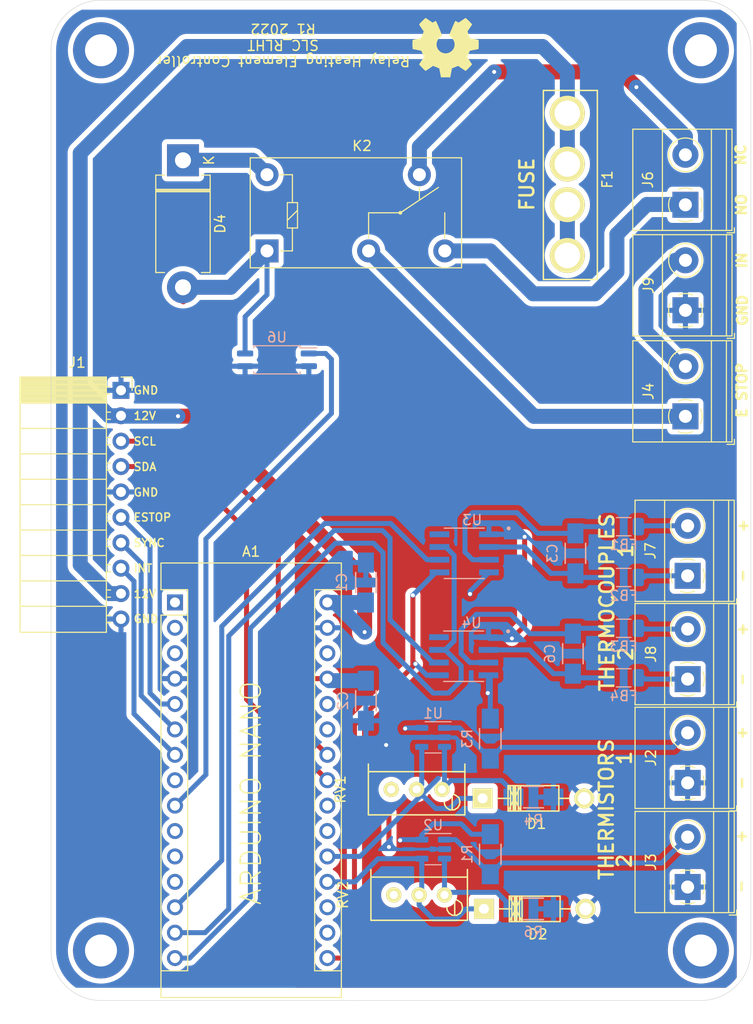
<source format=kicad_pcb>
(kicad_pcb (version 20221018) (generator pcbnew)
  (layers (0 "F.Cu" signal) (31 "B.Cu" signal) (34 "B.Paste" user) (35 "F.Paste" user) (36 "B.SilkS" user "B.Silkscreen") (37 "F.SilkS" user "F.Silkscreen") (38 "B.Mask" user) (39 "F.Mask" user) (44 "Edge.Cuts" user))
  (net 0 "")
  (net 3 "GND")
  (net 5 "+5V")
  (net 8 "/TMSTR1")
  (net 9 "/TMSTR2")
  (net 10 "/I2C_CLK")
  (net 12 "/I2C_DAT")
  (net 14 "/SYNC")
  (net 16 "/E_STOP")
  (net 23 "+12V")
  (net 24 "/INT")
  (net 25 "/PWM")
  (net 26 "/DATA")
  (net 27 "/CLK")
  (net 28 "/SS1")
  (net 29 "/SS2")
  (net 30 "/T-1")
  (net 31 "/T+1")
  (net 32 "Net-(D3-Pad1)")
  (net 34 "/T-2")
  (net 35 "/T+2")
  (net 37 "Net-(FB1-Pad2)")
  (net 38 "Net-(FB2-Pad2)")
  (net 39 "Net-(FB3-Pad2)")
  (net 40 "Net-(FB4-Pad2)")
  (net 41 "Net-(J2-Pad2)")
  (net 42 "Net-(J3-Pad2)")
  (net 43 "Net-(R4-Pad1)")
  (net 44 "Net-(R6-Pad1)")
  (net 47 "Net-(D4-Pad2)")
  (net 48 "Net-(J6-Pad2)")
  (net 49 "Net-(J6-Pad1)")
  (net 50 "Net-(D4-Pad1)")
  (net 51 "Net-(J9-Pad2)")
  (net 52 "Net-(J4-Pad1)")
  (footprint "MountingHole:MountingHole_3.2mm_M3_DIN965_Pad" (layer "F.Cu") (at 127.6 44.8)
    (fp_text reference "H1" hide)
    (fp_text value "MountingHole")
    (pad "1" thru_hole circle locked (at 0 0) (size 5.6 5.6) (drill 3.2) (layers "*.Cu" "*.Mask"))
  )
  (footprint "MountingHole:MountingHole_3.2mm_M3_DIN965_Pad" (layer "F.Cu") (at 187.6 44.8)
    (fp_text reference "H2" hide)
    (fp_text value "MountingHole")
    (pad "1" thru_hole circle locked (at 0 0) (size 5.6 5.6) (drill 3.2) (layers "*.Cu" "*.Mask"))
  )
  (footprint "MountingHole:MountingHole_3.2mm_M3_DIN965_Pad" (layer "F.Cu") (at 127.6 134.8)
    (fp_text reference "H3" hide)
    (fp_text value "MountingHole")
    (pad "1" thru_hole circle locked (at 0 0) (size 5.6 5.6) (drill 3.2) (layers "*.Cu" "*.Mask"))
  )
  (footprint "MountingHole:MountingHole_3.2mm_M3_DIN965_Pad" (layer "F.Cu") (at 187.6 134.8)
    (fp_text reference "H4" hide)
    (fp_text value "MountingHole")
    (pad "1" thru_hole circle locked (at 0 0) (size 5.6 5.6) (drill 3.2) (layers "*.Cu" "*.Mask"))
  )
  (footprint "Module:Arduino_Nano" (layer "F.Cu") (at 135 100)
    (fp_text reference "A1" (at 7.62 -5.08) (layer "F.SilkS"))
    (fp_text value "Arduino_Nano_v3.x")
    (pad "1" thru_hole rect locked (at 0 0) (size 1.6 1.6) (drill 1) (layers "*.Cu" "*.Mask"))
    (pad "2" thru_hole oval locked (at 0 2.54) (size 1.6 1.6) (drill 1) (layers "*.Cu" "*.Mask"))
    (pad "3" thru_hole oval locked (at 0 5.08) (size 1.6 1.6) (drill 1) (layers "*.Cu" "*.Mask"))
    (pad "4" thru_hole oval locked (at 0 7.62) (size 1.6 1.6) (drill 1) (layers "*.Cu" "*.Mask") (net 3 "GND"))
    (pad "5" thru_hole oval locked (at 0 10.16) (size 1.6 1.6) (drill 1) (layers "*.Cu" "*.Mask") (net 16 "/E_STOP"))
    (pad "6" thru_hole oval locked (at 0 12.7) (size 1.6 1.6) (drill 1) (layers "*.Cu" "*.Mask") (net 24 "/INT"))
    (pad "7" thru_hole oval locked (at 0 15.24) (size 1.6 1.6) (drill 1) (layers "*.Cu" "*.Mask") (net 14 "/SYNC"))
    (pad "8" thru_hole oval locked (at 0 17.78) (size 1.6 1.6) (drill 1) (layers "*.Cu" "*.Mask"))
    (pad "9" thru_hole oval locked (at 0 20.32) (size 1.6 1.6) (drill 1) (layers "*.Cu" "*.Mask") (net 25 "/PWM"))
    (pad "10" thru_hole oval locked (at 0 22.86) (size 1.6 1.6) (drill 1) (layers "*.Cu" "*.Mask"))
    (pad "11" thru_hole oval locked (at 0 25.4) (size 1.6 1.6) (drill 1) (layers "*.Cu" "*.Mask"))
    (pad "12" thru_hole oval locked (at 0 27.94) (size 1.6 1.6) (drill 1) (layers "*.Cu" "*.Mask"))
    (pad "13" thru_hole oval locked (at 0 30.48) (size 1.6 1.6) (drill 1) (layers "*.Cu" "*.Mask") (net 28 "/SS1"))
    (pad "14" thru_hole oval locked (at 0 33.02) (size 1.6 1.6) (drill 1) (layers "*.Cu" "*.Mask") (net 29 "/SS2"))
    (pad "15" thru_hole oval locked (at 0 35.56) (size 1.6 1.6) (drill 1) (layers "*.Cu" "*.Mask") (net 26 "/DATA"))
    (pad "16" thru_hole oval locked (at 15.24 35.56) (size 1.6 1.6) (drill 1) (layers "*.Cu" "*.Mask") (net 27 "/CLK"))
    (pad "17" thru_hole oval locked (at 15.24 33.02) (size 1.6 1.6) (drill 1) (layers "*.Cu" "*.Mask"))
    (pad "18" thru_hole oval locked (at 15.24 30.48) (size 1.6 1.6) (drill 1) (layers "*.Cu" "*.Mask"))
    (pad "19" thru_hole oval locked (at 15.24 27.94) (size 1.6 1.6) (drill 1) (layers "*.Cu" "*.Mask") (net 9 "/TMSTR2"))
    (pad "20" thru_hole oval locked (at 15.24 25.4) (size 1.6 1.6) (drill 1) (layers "*.Cu" "*.Mask") (net 8 "/TMSTR1"))
    (pad "21" thru_hole oval locked (at 15.24 22.86) (size 1.6 1.6) (drill 1) (layers "*.Cu" "*.Mask"))
    (pad "22" thru_hole oval locked (at 15.24 20.32) (size 1.6 1.6) (drill 1) (layers "*.Cu" "*.Mask"))
    (pad "23" thru_hole oval locked (at 15.24 17.78) (size 1.6 1.6) (drill 1) (layers "*.Cu" "*.Mask") (net 12 "/I2C_DAT"))
    (pad "24" thru_hole oval locked (at 15.24 15.24) (size 1.6 1.6) (drill 1) (layers "*.Cu" "*.Mask") (net 10 "/I2C_CLK"))
    (pad "25" thru_hole oval locked (at 15.24 12.7) (size 1.6 1.6) (drill 1) (layers "*.Cu" "*.Mask"))
    (pad "26" thru_hole oval locked (at 15.24 10.16) (size 1.6 1.6) (drill 1) (layers "*.Cu" "*.Mask"))
    (pad "27" thru_hole oval locked (at 15.24 7.62) (size 1.6 1.6) (drill 1) (layers "*.Cu" "*.Mask") (net 5 "+5V"))
    (pad "28" thru_hole oval locked (at 15.24 5.08) (size 1.6 1.6) (drill 1) (layers "*.Cu" "*.Mask"))
    (pad "29" thru_hole oval locked (at 15.24 2.54) (size 1.6 1.6) (drill 1) (layers "*.Cu" "*.Mask") (net 3 "GND"))
    (pad "30" thru_hole oval locked (at 15.24 0) (size 1.6 1.6) (drill 1) (layers "*.Cu" "*.Mask") (net 23 "+12V"))
  )
  (footprint "Connector_PinSocket_2.54mm:PinSocket_1x10_P2.54mm_Horizontal" (layer "F.Cu") (at 129.6 78.8)
    (fp_text reference "J1" (at -4.38 -2.77) (layer "F.SilkS"))
    (fp_text value "Conn_01x10_Female")
    (pad "1" thru_hole rect locked (at 0 0) (size 1.7 1.7) (drill 1) (layers "*.Cu" "*.Mask") (net 3 "GND"))
    (pad "2" thru_hole oval locked (at 0 2.54) (size 1.7 1.7) (drill 1) (layers "*.Cu" "*.Mask") (net 23 "+12V"))
    (pad "3" thru_hole oval locked (at 0 5.08) (size 1.7 1.7) (drill 1) (layers "*.Cu" "*.Mask") (net 10 "/I2C_CLK"))
    (pad "4" thru_hole oval locked (at 0 7.62) (size 1.7 1.7) (drill 1) (layers "*.Cu" "*.Mask") (net 12 "/I2C_DAT"))
    (pad "5" thru_hole oval locked (at 0 10.16) (size 1.7 1.7) (drill 1) (layers "*.Cu" "*.Mask") (net 3 "GND"))
    (pad "6" thru_hole oval locked (at 0 12.7) (size 1.7 1.7) (drill 1) (layers "*.Cu" "*.Mask") (net 16 "/E_STOP"))
    (pad "7" thru_hole oval locked (at 0 15.24) (size 1.7 1.7) (drill 1) (layers "*.Cu" "*.Mask") (net 24 "/INT"))
    (pad "8" thru_hole oval locked (at 0 17.78) (size 1.7 1.7) (drill 1) (layers "*.Cu" "*.Mask") (net 14 "/SYNC"))
    (pad "9" thru_hole oval locked (at 0 20.32) (size 1.7 1.7) (drill 1) (layers "*.Cu" "*.Mask") (net 23 "+12V"))
    (pad "10" thru_hole oval locked (at 0 22.86) (size 1.7 1.7) (drill 1) (layers "*.Cu" "*.Mask") (net 3 "GND"))
  )
  (footprint "Symbol:OSHW-Symbol_6.7x6mm_SilkScreen" (layer "F.Cu") (at 162.075 44.525 180)
    (fp_text reference "Logo1" hide)
    (fp_text value "Logo_Open_Hardware_Small" hide)
  )
  (footprint "TerminalBlock_Phoenix:TerminalBlock_Phoenix_MKDS-1,5-2_1x02_P5.00mm_Horizontal" (layer "F.Cu") (at 186.273 118.043 90)
    (fp_text reference "J2" (at 2.5 -3.673 90) (layer "F.SilkS"))
    (fp_text value "Term_2")
    (pad "1" thru_hole rect (at 0 0 90) (size 2.6 2.6) (drill 1.3) (layers "*.Cu" "*.Mask") (net 3 "GND"))
    (pad "2" thru_hole circle (at 5 0 90) (size 2.6 2.6) (drill 1.3) (layers "*.Cu" "*.Mask") (net 41 "Net-(J2-Pad2)"))
  )
  (footprint "TerminalBlock_Phoenix:TerminalBlock_Phoenix_MKDS-1,5-2_1x02_P5.00mm_Horizontal" (layer "F.Cu") (at 186.273 128.457 90)
    (fp_text reference "J3" (at 2.507 -3.673 90) (layer "F.SilkS"))
    (fp_text value "Term_2")
    (pad "1" thru_hole rect (at 0 0 90) (size 2.6 2.6) (drill 1.3) (layers "*.Cu" "*.Mask") (net 3 "GND"))
    (pad "2" thru_hole circle (at 5 0 90) (size 2.6 2.6) (drill 1.3) (layers "*.Cu" "*.Mask") (net 42 "Net-(J3-Pad2)"))
  )
  (footprint "Diode_THT:D_DO-201AD_P12.70mm_Horizontal" (layer "F.Cu") (at 135.8 55.8 -90)
    (fp_text reference "D4" (at 6.35 -3.72 90) (layer "F.SilkS"))
    (fp_text value "General_Purpose_Diode")
    (fp_text user "K" (at 0 -2.6 90) (layer "F.SilkS"))
    (pad "1" thru_hole rect (at 0 0 270) (size 3.2 3.2) (drill 1.6) (layers "*.Cu" "*.Mask") (net 50 "Net-(D4-Pad1)"))
    (pad "2" thru_hole oval (at 12.7 0 270) (size 3.2 3.2) (drill 1.6) (layers "*.Cu" "*.Mask") (net 47 "Net-(D4-Pad2)"))
  )
  (footprint "Relay_THT:Relay_SPDT_Omron-G5Q-1" (layer "F.Cu") (at 144.205 64.86)
    (fp_text reference "K2" (at 9.5 -10.5 180) (layer "F.SilkS"))
    (fp_text value "G5Q-1")
    (pad "1" thru_hole rect (at 0 0 180) (size 2.3 2.3) (drill 1.3) (layers "*.Cu" "*.Mask") (net 47 "Net-(D4-Pad2)"))
    (pad "2" thru_hole circle (at 10.16 0 180) (size 2.3 2.3) (drill 1.3) (layers "*.Cu" "*.Mask") (net 52 "Net-(J4-Pad1)"))
    (pad "3" thru_hole circle (at 17.78 0 180) (size 2.3 2.3) (drill 1.3) (layers "*.Cu" "*.Mask") (net 49 "Net-(J6-Pad1)"))
    (pad "4" thru_hole circle (at 15.24 -7.62 180) (size 2.3 2.3) (drill 1.3) (layers "*.Cu" "*.Mask") (net 48 "Net-(J6-Pad2)"))
    (pad "5" thru_hole circle (at 0 -7.62 180) (size 2.3 2.3) (drill 1.3) (layers "*.Cu" "*.Mask") (net 50 "Net-(D4-Pad1)"))
  )
  (footprint "TerminalBlock_Phoenix:TerminalBlock_Phoenix_MKDS-1,5-2_1x02_P5.00mm_Horizontal" (layer "F.Cu") (at 186.273 107.669 90)
    (fp_text reference "J8" (at 2.5 -3.673 90) (layer "F.SilkS"))
    (fp_text value "Term_2")
    (pad "1" thru_hole rect (at 0 0 90) (size 2.6 2.6) (drill 1.3) (layers "*.Cu" "*.Mask") (net 40 "Net-(FB4-Pad2)"))
    (pad "2" thru_hole circle (at 5 0 90) (size 2.6 2.6) (drill 1.3) (layers "*.Cu" "*.Mask") (net 39 "Net-(FB3-Pad2)"))
  )
  (footprint "OCI:Diode_DO-41_SOD81_Horizontal_RM10" (layer "F.Cu") (at 165.89875 130.64279)
    (fp_text reference "D2" (at 5.38734 2.53746) (layer "F.SilkS"))
    (fp_text value "5.1V_z")
    (pad "1" thru_hole rect (at 0 -0.00254 180) (size 1.99898 1.99898) (drill 1.00076) (layers "*.Cu" "*.Mask" "F.SilkS") (net 9 "/TMSTR2"))
    (pad "2" thru_hole circle (at 10.16 -0.00254 180) (size 1.99898 1.99898) (drill 1.27) (layers "*.Cu" "*.Mask" "F.SilkS") (net 3 "GND"))
  )
  (footprint "TerminalBlock_Phoenix:TerminalBlock_Phoenix_MKDS-1,5-2_1x02_P5.00mm_Horizontal" (layer "F.Cu") (at 186.05 60.25 90)
    (fp_text reference "J6" (at 2.5 -3.75 90) (layer "F.SilkS"))
    (fp_text value "Term_2")
    (pad "1" thru_hole rect (at 0 0 90) (size 2.6 2.6) (drill 1.3) (layers "*.Cu" "*.Mask") (net 49 "Net-(J6-Pad1)"))
    (pad "2" thru_hole circle (at 5 0 90) (size 2.6 2.6) (drill 1.3) (layers "*.Cu" "*.Mask") (net 48 "Net-(J6-Pad2)"))
  )
  (footprint "TerminalBlock_Phoenix:TerminalBlock_Phoenix_MKDS-1,5-2_1x02_P5.00mm_Horizontal" (layer "F.Cu") (at 186.273 97.342 90)
    (fp_text reference "J7" (at 2.5 -3.723 90) (layer "F.SilkS"))
    (fp_text value "Term_2")
    (pad "1" thru_hole rect (at 0 0 90) (size 2.6 2.6) (drill 1.3) (layers "*.Cu" "*.Mask") (net 38 "Net-(FB2-Pad2)"))
    (pad "2" thru_hole circle (at 5 0 90) (size 2.6 2.6) (drill 1.3) (layers "*.Cu" "*.Mask") (net 37 "Net-(FB1-Pad2)"))
  )
  (footprint "OCI:Potentiometer_Bourns_3296W_3-8Zoll_Inline_ScrewUp" (layer "F.Cu") (at 161.96175 129.24325 90)
    (fp_text reference "RV2" (at 0 -10.16 90) (layer "F.SilkS"))
    (fp_text value "10k_t")
    (pad "1" thru_hole circle (at 0 0 90) (size 1.524 1.524) (drill 0.8128) (layers "*.Cu" "*.Mask" "F.SilkS") (net 44 "Net-(R6-Pad1)"))
    (pad "2" thru_hole circle (at 0 -2.54 90) (size 1.524 1.524) (drill 0.8128) (layers "*.Cu" "*.Mask" "F.SilkS") (net 9 "/TMSTR2"))
    (pad "3" thru_hole circle (at 0 -5.08 90) (size 1.524 1.524) (drill 0.8128) (layers "*.Cu" "*.Mask" "F.SilkS"))
  )
  (footprint "TerminalBlock_Phoenix:TerminalBlock_Phoenix_MKDS-1,5-2_1x02_P5.00mm_Horizontal" (layer "F.Cu") (at 186.05 81.4 90)
    (fp_text reference "J4" (at 2.5 -3.7 90) (layer "F.SilkS"))
    (fp_text value "Term_2")
    (pad "1" thru_hole rect (at 0 0 90) (size 2.6 2.6) (drill 1.3) (layers "*.Cu" "*.Mask") (net 52 "Net-(J4-Pad1)"))
    (pad "2" thru_hole circle (at 5 0 90) (size 2.6 2.6) (drill 1.3) (layers "*.Cu" "*.Mask") (net 51 "Net-(J9-Pad2)"))
  )
  (footprint "OCI:Diode_DO-41_SOD81_Horizontal_RM10" (layer "F.Cu") (at 165.77175 119.59379)
    (fp_text reference "D1" (at 5.38734 2.53746) (layer "F.SilkS"))
    (fp_text value "5.1V_z")
    (pad "1" thru_hole rect (at 0 -0.00254 180) (size 1.99898 1.99898) (drill 1.00076) (layers "*.Cu" "*.Mask" "F.SilkS") (net 8 "/TMSTR1"))
    (pad "2" thru_hole circle (at 10.16 -0.00254 180) (size 1.99898 1.99898) (drill 1.27) (layers "*.Cu" "*.Mask" "F.SilkS") (net 3 "GND"))
  )
  (footprint "TerminalBlock_Phoenix:TerminalBlock_Phoenix_MKDS-1,5-2_1x02_P5.00mm_Horizontal" (layer "F.Cu") (at 186.054 70.799 90)
    (fp_text reference "J9" (at 2.5 -3.7 90) (layer "F.SilkS"))
    (fp_text value "Term_2")
    (pad "1" thru_hole rect (at 0 0 90) (size 2.6 2.6) (drill 1.3) (layers "*.Cu" "*.Mask") (net 3 "GND"))
    (pad "2" thru_hole circle (at 5 0 90) (size 2.6 2.6) (drill 1.3) (layers "*.Cu" "*.Mask") (net 51 "Net-(J9-Pad2)"))
  )
  (footprint "OCI:Potentiometer_Bourns_3296W_3-8Zoll_Inline_ScrewUp" (layer "F.Cu") (at 161.70775 118.70225 90)
    (fp_text reference "RV1" (at 0 -10.16 90) (layer "F.SilkS"))
    (fp_text value "10k_t")
    (pad "1" thru_hole circle (at 0 0 90) (size 1.524 1.524) (drill 0.8128) (layers "*.Cu" "*.Mask" "F.SilkS") (net 43 "Net-(R4-Pad1)"))
    (pad "2" thru_hole circle (at 0 -2.54 90) (size 1.524 1.524) (drill 0.8128) (layers "*.Cu" "*.Mask" "F.SilkS") (net 8 "/TMSTR1"))
    (pad "3" thru_hole circle (at 0 -5.08 90) (size 1.524 1.524) (drill 0.8128) (layers "*.Cu" "*.Mask" "F.SilkS"))
  )
  (footprint "OCI:Fuse_Holder" (layer "F.Cu") (at 174.243 58.216 90)
    (fp_text reference "F1" (at 0.5 4 90) (layer "F.SilkS"))
    (fp_text value "10A")
    (pad "1" thru_hole circle (at -7.1 0 90) (size 3.5 3.5) (drill 2.54) (layers "*.Cu" "*.Mask" "F.SilkS") (net 32 "Net-(D3-Pad1)"))
    (pad "1" thru_hole circle (at -2.02 0 90) (size 3.5 3.5) (drill 2.54) (layers "*.Cu" "*.Mask" "F.SilkS") (net 32 "Net-(D3-Pad1)"))
    (pad "2" thru_hole circle (at 2.04 0 90) (size 3.5 3.5) (drill 2.54) (layers "*.Cu" "*.Mask" "F.SilkS") (net 23 "+12V"))
    (pad "2" thru_hole circle (at 7.12 0 90) (size 3.5 3.5) (drill 2.54) (layers "*.Cu" "*.Mask" "F.SilkS") (net 23 "+12V"))
  )
  (footprint "Resistor_SMD:R_1206_3216Metric" (layer "B.Cu") (at 179.877 107.542)
    (fp_text reference "FB4" (at 0 1.82 180) (layer "B.SilkS") (effects (justify mirror)))
    (fp_text value "Ferrite_Bead_Small")
    (pad "1" smd roundrect (at -1.4625 0) (size 1.125 1.75) (layers "B.Cu" "B.Paste" "B.Mask") (roundrect_rratio 0.222222) (net 34 "/T-2"))
    (pad "2" smd roundrect (at 1.4625 0) (size 1.125 1.75) (layers "B.Cu" "B.Paste" "B.Mask") (roundrect_rratio 0.222222) (net 40 "Net-(FB4-Pad2)"))
  )
  (footprint "OCI:R_1206_HandSoldering" (layer "B.Cu") (at 170.85175 119.46425)
    (fp_text reference "R4" (at 0 2.3) (layer "B.SilkS") (effects (justify mirror)))
    (fp_text value "10k")
    (pad "1" smd rect (at -2 0) (size 2 1.7) (layers "B.Cu" "B.Paste" "B.Mask") (net 43 "Net-(R4-Pad1)"))
    (pad "2" smd rect (at 2 0) (size 2 1.7) (layers "B.Cu" "B.Paste" "B.Mask") (net 3 "GND"))
  )
  (footprint "Package_TO_SOT_SMD:SOT-23-5" (layer "B.Cu") (at 160.81875 124.67125 180)
    (fp_text reference "U2" (at 0 2.4) (layer "B.SilkS") (effects (justify mirror)))
    (fp_text value "MCP6001U")
    (pad "1" smd roundrect (at -1.1375 0.95 180) (size 1.325 0.6) (layers "B.Cu" "B.Paste" "B.Mask") (net 42 "Net-(J3-Pad2)"))
    (pad "2" smd roundrect (at -1.1375 0 180) (size 1.325 0.6) (layers "B.Cu" "B.Paste" "B.Mask") (net 3 "GND"))
    (pad "3" smd roundrect (at -1.1375 -0.95 180) (size 1.325 0.6) (layers "B.Cu" "B.Paste" "B.Mask") (net 44 "Net-(R6-Pad1)"))
    (pad "4" smd roundrect (at 1.1375 -0.95 180) (size 1.325 0.6) (layers "B.Cu" "B.Paste" "B.Mask") (net 9 "/TMSTR2"))
    (pad "5" smd roundrect (at 1.1375 0.95 180) (size 1.325 0.6) (layers "B.Cu" "B.Paste" "B.Mask") (net 5 "+5V"))
  )
  (footprint "Package_TO_SOT_SMD:SOT-23-5" (layer "B.Cu") (at 160.81875 113.49525 180)
    (fp_text reference "U1" (at 0 2.4) (layer "B.SilkS") (effects (justify mirror)))
    (fp_text value "MCP6001U")
    (pad "1" smd roundrect (at -1.1375 0.95 180) (size 1.325 0.6) (layers "B.Cu" "B.Paste" "B.Mask") (net 41 "Net-(J2-Pad2)"))
    (pad "2" smd roundrect (at -1.1375 0 180) (size 1.325 0.6) (layers "B.Cu" "B.Paste" "B.Mask") (net 3 "GND"))
    (pad "3" smd roundrect (at -1.1375 -0.95 180) (size 1.325 0.6) (layers "B.Cu" "B.Paste" "B.Mask") (net 43 "Net-(R4-Pad1)"))
    (pad "4" smd roundrect (at 1.1375 -0.95 180) (size 1.325 0.6) (layers "B.Cu" "B.Paste" "B.Mask") (net 8 "/TMSTR1"))
    (pad "5" smd roundrect (at 1.1375 0.95 180) (size 1.325 0.6) (layers "B.Cu" "B.Paste" "B.Mask") (net 5 "+5V"))
  )
  (footprint "OCI:R_1206_HandSoldering" (layer "B.Cu") (at 170.85175 130.64025)
    (fp_text reference "R6" (at 0 2.3) (layer "B.SilkS") (effects (justify mirror)))
    (fp_text value "10k")
    (pad "1" smd rect (at -2 0) (size 2 1.7) (layers "B.Cu" "B.Paste" "B.Mask") (net 44 "Net-(R6-Pad1)"))
    (pad "2" smd rect (at 2 0) (size 2 1.7) (layers "B.Cu" "B.Paste" "B.Mask") (net 3 "GND"))
  )
  (footprint "OCI:C_1206_HandSoldering" (layer "B.Cu") (at 174.797 105.129 -90)
    (fp_text reference "C6" (at 0 2.3 -270) (layer "B.SilkS") (effects (justify mirror)))
    (fp_text value "0.01 uF")
    (pad "1" smd rect (at -2 0 270) (size 2 1.6) (layers "B.Cu" "B.Paste" "B.Mask") (net 35 "/T+2"))
    (pad "2" smd rect (at 2 0 270) (size 2 1.6) (layers "B.Cu" "B.Paste" "B.Mask") (net 34 "/T-2"))
  )
  (footprint "OCI:C_1206_HandSoldering" (layer "B.Cu") (at 154.096 98.017 90)
    (fp_text reference "C1" (at 0 -2.413 90) (layer "B.SilkS") (effects (justify mirror)))
    (fp_text value "10uF_t")
    (pad "1" smd rect (at -2 0 90) (size 2 1.6) (layers "B.Cu" "B.Paste" "B.Mask") (net 23 "+12V"))
    (pad "2" smd rect (at 2 0 90) (size 2 1.6) (layers "B.Cu" "B.Paste" "B.Mask") (net 3 "GND"))
  )
  (footprint "MAX6675ISA_:SOIC127P600X175-8N" (layer "B.Cu") (at 163.875 105.383 180)
    (fp_text reference "U4" (at -0.795 3.332) (layer "B.SilkS") (effects (justify mirror)))
    (fp_text value "MAX6675ISA+")
    (pad "1" smd roundrect (at -2.475 1.905 180) (size 1.97 0.59) (layers "B.Cu" "B.Paste" "B.Mask") (roundrect_rratio 0.07) (net 3 "GND"))
    (pad "2" smd roundrect (at -2.475 0.635 180) (size 1.97 0.59) (layers "B.Cu" "B.Paste" "B.Mask") (roundrect_rratio 0.07) (net 34 "/T-2"))
    (pad "3" smd roundrect (at -2.475 -0.635 180) (size 1.97 0.59) (layers "B.Cu" "B.Paste" "B.Mask") (roundrect_rratio 0.07) (net 35 "/T+2"))
    (pad "4" smd roundrect (at -2.475 -1.905 180) (size 1.97 0.59) (layers "B.Cu" "B.Paste" "B.Mask") (roundrect_rratio 0.07) (net 5 "+5V"))
    (pad "5" smd roundrect (at 2.475 -1.905 180) (size 1.97 0.59) (layers "B.Cu" "B.Paste" "B.Mask") (roundrect_rratio 0.07) (net 27 "/CLK"))
    (pad "6" smd roundrect (at 2.475 -0.635 180) (size 1.97 0.59) (layers "B.Cu" "B.Paste" "B.Mask") (roundrect_rratio 0.07) (net 29 "/SS2"))
    (pad "7" smd roundrect (at 2.475 0.635 180) (size 1.97 0.59) (layers "B.Cu" "B.Paste" "B.Mask") (roundrect_rratio 0.07) (net 26 "/DATA"))
    (pad "8" smd roundrect (at 2.475 1.905 180) (size 1.97 0.59) (layers "B.Cu" "B.Paste" "B.Mask") (roundrect_rratio 0.07))
  )
  (footprint "Resistor_SMD:R_1206_3216Metric" (layer "B.Cu") (at 179.877 92.429)
    (fp_text reference "FB1" (at 0 1.82 180) (layer "B.SilkS") (effects (justify mirror)))
    (fp_text value "Ferrite_Bead_Small")
    (pad "1" smd roundrect (at -1.4625 0) (size 1.125 1.75) (layers "B.Cu" "B.Paste" "B.Mask") (roundrect_rratio 0.222222) (net 31 "/T+1"))
    (pad "2" smd roundrect (at 1.4625 0) (size 1.125 1.75) (layers "B.Cu" "B.Paste" "B.Mask") (roundrect_rratio 0.222222) (net 37 "Net-(FB1-Pad2)"))
  )
  (footprint "Package_SO:SOP-4_4.4x2.6mm_P1.27mm" (layer "B.Cu") (at 145.2 75.75 180)
    (fp_text reference "U6" (at 0 2.25) (layer "B.SilkS") (effects (justify mirror)))
    (fp_text value "TCMT1100")
    (pad "1" smd roundrect (at -3.1875 0.635 180) (size 1.625 0.6) (layers "B.Cu" "B.Paste" "B.Mask") (net 25 "/PWM"))
    (pad "2" smd roundrect (at -3.1875 -0.635 180) (size 1.625 0.6) (layers "B.Cu" "B.Paste" "B.Mask") (net 3 "GND"))
    (pad "3" smd roundrect (at 3.1875 -0.635 180) (size 1.625 0.6) (layers "B.Cu" "B.Paste" "B.Mask") (net 3 "GND"))
    (pad "4" smd roundrect (at 3.1875 0.635 180) (size 1.625 0.6) (layers "B.Cu" "B.Paste" "B.Mask") (net 47 "Net-(D4-Pad2)"))
  )
  (footprint "Resistor_SMD:R_1206_3216Metric" (layer "B.Cu") (at 179.877 102.589)
    (fp_text reference "FB3" (at 0 1.82 180) (layer "B.SilkS") (effects (justify mirror)))
    (fp_text value "Ferrite_Bead_Small")
    (pad "1" smd roundrect (at -1.4625 0) (size 1.125 1.75) (layers "B.Cu" "B.Paste" "B.Mask") (roundrect_rratio 0.222222) (net 35 "/T+2"))
    (pad "2" smd roundrect (at 1.4625 0) (size 1.125 1.75) (layers "B.Cu" "B.Paste" "B.Mask") (roundrect_rratio 0.222222) (net 39 "Net-(FB3-Pad2)"))
  )
  (footprint "OCI:R_1206_HandSoldering" (layer "B.Cu") (at 166.53375 125.17925 -90)
    (fp_text reference "R1" (at 0 2.3 90) (layer "B.SilkS") (effects (justify mirror)))
    (fp_text value "10k")
    (pad "1" smd rect (at -2 0 270) (size 2 1.7) (layers "B.Cu" "B.Paste" "B.Mask") (net 5 "+5V"))
    (pad "2" smd rect (at 2 0 270) (size 2 1.7) (layers "B.Cu" "B.Paste" "B.Mask") (net 42 "Net-(J3-Pad2)"))
  )
  (footprint "OCI:R_1206_HandSoldering" (layer "B.Cu") (at 166.53375 113.62225 -90)
    (fp_text reference "R3" (at 0 2.3 90) (layer "B.SilkS") (effects (justify mirror)))
    (fp_text value "10k")
    (pad "1" smd rect (at -2 0 270) (size 2 1.7) (layers "B.Cu" "B.Paste" "B.Mask") (net 5 "+5V"))
    (pad "2" smd rect (at 2 0 270) (size 2 1.7) (layers "B.Cu" "B.Paste" "B.Mask") (net 41 "Net-(J2-Pad2)"))
  )
  (footprint "OCI:C_1206_HandSoldering" (layer "B.Cu") (at 175.051 95.096 -90)
    (fp_text reference "C3" (at 0 2.3 -270) (layer "B.SilkS") (effects (justify mirror)))
    (fp_text value "0.01 uF")
    (pad "1" smd rect (at -2 0 270) (size 2 1.6) (layers "B.Cu" "B.Paste" "B.Mask") (net 31 "/T+1"))
    (pad "2" smd rect (at 2 0 270) (size 2 1.6) (layers "B.Cu" "B.Paste" "B.Mask") (net 30 "/T-1"))
  )
  (footprint "OCI:C_1206_HandSoldering" (layer "B.Cu") (at 154.096 109.828 -90)
    (fp_text reference "C2" (at 0 2.3 90) (layer "B.SilkS") (effects (justify mirror)))
    (fp_text value "10uF_t")
    (pad "1" smd rect (at -2 0 270) (size 2 1.6) (layers "B.Cu" "B.Paste" "B.Mask") (net 5 "+5V"))
    (pad "2" smd rect (at 2 0 270) (size 2 1.6) (layers "B.Cu" "B.Paste" "B.Mask") (net 3 "GND"))
  )
  (footprint "MAX6675ISA_:SOIC127P600X175-8N" (layer "B.Cu") (at 163.928 95.096 180)
    (fp_text reference "U3" (at -0.795 3.332) (layer "B.SilkS") (effects (justify mirror)))
    (fp_text value "MAX6675ISA+")
    (pad "1" smd roundrect (at -2.475 1.905 180) (size 1.97 0.59) (layers "B.Cu" "B.Paste" "B.Mask") (roundrect_rratio 0.07) (net 3 "GND"))
    (pad "2" smd roundrect (at -2.475 0.635 180) (size 1.97 0.59) (layers "B.Cu" "B.Paste" "B.Mask") (roundrect_rratio 0.07) (net 30 "/T-1"))
    (pad "3" smd roundrect (at -2.475 -0.635 180) (size 1.97 0.59) (layers "B.Cu" "B.Paste" "B.Mask") (roundrect_rratio 0.07) (net 31 "/T+1"))
    (pad "4" smd roundrect (at -2.475 -1.905 180) (size 1.97 0.59) (layers "B.Cu" "B.Paste" "B.Mask") (roundrect_rratio 0.07) (net 5 "+5V"))
    (pad "5" smd roundrect (at 2.475 -1.905 180) (size 1.97 0.59) (layers "B.Cu" "B.Paste" "B.Mask") (roundrect_rratio 0.07) (net 27 "/CLK"))
    (pad "6" smd roundrect (at 2.475 -0.635 180) (size 1.97 0.59) (layers "B.Cu" "B.Paste" "B.Mask") (roundrect_rratio 0.07) (net 28 "/SS1"))
    (pad "7" smd roundrect (at 2.475 0.635 180) (size 1.97 0.59) (layers "B.Cu" "B.Paste" "B.Mask") (roundrect_rratio 0.07) (net 26 "/DATA"))
    (pad "8" smd roundrect (at 2.475 1.905 180) (size 1.97 0.59) (layers "B.Cu" "B.Paste" "B.Mask") (roundrect_rratio 0.07))
  )
  (footprint "Resistor_SMD:R_1206_3216Metric" (layer "B.Cu") (at 179.877 97.509)
    (fp_text reference "FB2" (at 0 1.82 180) (layer "B.SilkS") (effects (justify mirror)))
    (fp_text value "Ferrite_Bead_Small")
    (pad "1" smd roundrect (at -1.4625 0) (size 1.125 1.75) (layers "B.Cu" "B.Paste" "B.Mask") (roundrect_rratio 0.222222) (net 30 "/T-1"))
    (pad "2" smd roundrect (at 1.4625 0) (size 1.125 1.75) (layers "B.Cu" "B.Paste" "B.Mask") (roundrect_rratio 0.222222) (net 38 "Net-(FB2-Pad2)"))
  )
  (gr_line (start 192.6 44.8) (end 192.6 94.8) (stroke (width 0.05)) (layer "Edge.Cuts"))
  (gr_arc (start 192.6 134.8) (mid 191.135534 138.335534) (end 187.6 139.8) (stroke (width 0.05)) (layer "Edge.Cuts"))
  (gr_arc (start 122.6 44.8) (mid 124.064466 41.264466) (end 127.6 39.8) (stroke (width 0.05)) (layer "Edge.Cuts"))
  (gr_line (start 192.6 94.8) (end 192.6 134.8) (stroke (width 0.05)) (layer "Edge.Cuts"))
  (gr_line (start 122.6 134.8) (end 122.6 44.8) (stroke (width 0.05)) (layer "Edge.Cuts"))
  (gr_line (start 127.6 39.8) (end 152.6 39.8) (stroke (width 0.05)) (layer "Edge.Cuts"))
  (gr_arc (start 127.6 139.8) (mid 124.064466 138.335534) (end 122.6 134.8) (stroke (width 0.05)) (layer "Edge.Cuts"))
  (gr_line (start 152.6 139.8) (end 187.6 139.8) (stroke (width 0.05)) (layer "Edge.Cuts"))
  (gr_line (start 127.6 139.8) (end 152.6 139.8) (stroke (width 0.05)) (layer "Edge.Cuts"))
  (gr_line (start 152.6 39.8) (end 187.6 39.8) (stroke (width 0.05)) (layer "Edge.Cuts"))
  (gr_arc (start 187.6 39.8) (mid 191.135534 41.264466) (end 192.6 44.8) (stroke (width 0.05)) (layer "Edge.Cuts"))
  (gr_text "+" (at 191.65 123.4 90) (layer "F.SilkS") (effects (font (size 1 1) (thickness 0.25))))
  (gr_text "1" (at 179.95 115.55 90) (layer "F.SilkS") (effects (font (size 1.4 1.4) (thickness 0.25))))
  (gr_text "GND" (at 132.1 89) (layer "F.SilkS") (effects (font (size 0.8 0.8))))
  (gr_text "12V" (at 131.985715 99.15) (layer "F.SilkS") (effects (font (size 0.8 0.8))))
  (gr_text "GND" (at 191.75 70.8 90) (layer "F.SilkS") (effects (font (size 1 1) (thickness 0.25))))
  (gr_text "SYNC" (at 132.42381 94.05) (layer "F.SilkS") (effects (font (size 0.8 0.8))))
  (gr_text "GND" (at 132.1 101.65) (layer "F.SilkS") (effects (font (size 0.8 0.8))))
  (gr_text "Relay Heating Element Controller\nSLC_RLHT\nR1 2022" (at 145.819 44.271 180) (layer "F.SilkS") (effects (font (size 1 1))))
  (gr_text "+" (at 191.7 113.05 90) (layer "F.SilkS") (effects (font (size 1 1) (thickness 0.25))))
  (gr_text "-" (at 191.75 97.35 90) (layer "F.SilkS") (effects (font (size 1 1) (thickness 0.25))))
  (gr_text "GND" (at 132.1 78.8) (layer "F.SilkS") (effects (font (size 0.8 0.8))))
  (gr_text "2" (at 180.1 105.15 90) (layer "F.SilkS") (effects (font (size 1.4 1.4) (thickness 0.25))))
  (gr_text "THERMOCOUPLES" (at 178.2 100 90) (layer "F.SilkS") (effects (font (size 1.4 1.4) (thickness 0.25))))
  (gr_text "-" (at 191.7 107.7 90) (layer "F.SilkS") (effects (font (size 1 1) (thickness 0.25))))
  (gr_text "NC" (at 191.6 55.25 90) (layer "F.SilkS") (effects (font (size 1 1) (thickness 0.25))))
  (gr_text "E STOP" (at 191.7 78.8 90) (layer "F.SilkS") (effects (font (size 1 1) (thickness 0.25))))
  (gr_text "+" (at 191.75 102.7 90) (layer "F.SilkS") (effects (font (size 1 1) (thickness 0.25))))
  (gr_text "ESTOP" (at 132.747619 91.5) (layer "F.SilkS") (effects (font (size 0.8 0.8))))
  (gr_text "1" (at 180.1 94.85 90) (layer "F.SilkS") (effects (font (size 1.4 1.4) (thickness 0.25))))
  (gr_text "NO" (at 191.65 60.25 90) (layer "F.SilkS") (effects (font (size 1 1) (thickness 0.25))))
  (gr_text "INT" (at 131.795238 96.6) (layer "F.SilkS") (effects (font (size 0.8 0.8))))
  (gr_text "FUSE" (at 170.2 58.2 90) (layer "F.SilkS") (effects (font (size 1.4 1.4) (thickness 0.25))))
  (gr_text "2" (at 179.95 125.85 90) (layer "F.SilkS") (effects (font (size 1.4 1.4) (thickness 0.25))))
  (gr_text "SDA" (at 132.004762 86.45) (layer "F.SilkS") (effects (font (size 0.8 0.8))))
  (gr_text "-" (at 191.6 128.4 90) (layer "F.SilkS") (effects (font (size 1 1) (thickness 0.25))))
  (gr_text "IN" (at 191.7 65.8 90) (layer "F.SilkS") (effects (font (size 1 1) (thickness 0.25))))
  (gr_text "THERMISTORS" (at 178.15 120.7 90) (layer "F.SilkS") (effects (font (size 1.4 1.4) (thickness 0.25))))
  (gr_text "SCL" (at 131.985715 83.9) (layer "F.SilkS") (effects (font (size 0.8 0.8))))
  (gr_text "ARDUINO NANO" (at 142.61 119.05 90) (layer "F.SilkS") (effects (font (size 2 2))))
  (gr_text "12V" (at 131.985715 81.35) (layer "F.SilkS") (effects (font (size 0.8 0.8))))
  (gr_text "-" (at 191.65 118.05 90) (layer "F.SilkS") (effects (font (size 1 1) (thickness 0.25))))
  (gr_text "+" (at 191.8 92.35 90) (layer "F.SilkS") (effects (font (size 1 1) (thickness 0.25))))
  (segment (start 154.46875 119.08325) (end 154.46875 115.90825) (width 0.5) (layer "F.Cu") (net 3))
  (segment (start 156.4 124.45) (end 156.4 121.0145) (width 0.5) (layer "F.Cu") (net 3))
  (segment (start 154.46875 115.90825) (end 156.11975 114.25725) (width 0.5) (layer "F.Cu") (net 3))
  (segment (start 156.4 121.0145) (end 154.46875 119.08325) (width 0.5) (layer "F.Cu") (net 3))
  (segment (start 169.971 102.335) (end 168.701 103.605) (width 0.5) (layer "F.Cu") (net 3))
  (segment (start 169.971 93.445) (end 169.971 102.335) (width 0.5) (layer "F.Cu") (net 3))
  (via (at 156.11975 114.25725) (size 0.5) (drill 0.4) (layers "F.Cu" "B.Cu") (net 3))
  (via (at 168.701 103.605) (size 0.5) (drill 0.4) (layers "F.Cu" "B.Cu") (net 3))
  (via (at 169.971 93.445) (size 0.5) (drill 0.4) (layers "F.Cu" "B.Cu") (net 3))
  (via (at 156.4 124.45) (size 0.5) (drill 0.4) (layers "F.Cu" "B.Cu") (net 3))
  (segment (start 169.717 93.191) (end 169.971 93.445) (width 0.5) (layer "B.Cu") (net 3))
  (segment (start 168.701 103.605) (end 166.477 103.605) (width 0.5) (layer "B.Cu") (net 3))
  (segment (start 166.477 103.605) (end 166.35 103.478) (width 0.5) (layer "B.Cu") (net 3))
  (segment (start 161.95625 113.49525) (end 156.88175 113.49525) (width 0.5) (layer "B.Cu") (net 3))
  (segment (start 156.88175 113.49525) (end 156.11975 114.25725) (width 0.5) (layer "B.Cu") (net 3))
  (segment (start 166.403 93.191) (end 169.717 93.191) (width 0.5) (layer "B.Cu") (net 3))
  (segment (start 166.288 109.066) (end 164.51 107.288) (width 0.5) (layer "F.Cu") (net 5))
  (segment (start 164.51 107.288) (end 164.51 99.16) (width 0.5) (layer "F.Cu") (net 5))
  (via (at 164.51 99.16) (size 0.5) (drill 0.4) (layers "F.Cu" "B.Cu") (net 5))
  (via (at 157.51675 123.78225) (size 0.5) (drill 0.4) (layers "F.Cu" "B.Cu") (net 5))
  (via (at 158.02475 112.60625) (size 0.5) (drill 0.4) (layers "F.Cu" "B.Cu") (net 5))
  (via (at 166.288 109.066) (size 0.5) (drill 0.4) (layers "F.Cu" "B.Cu") (net 5))
  (segment (start 164.51 98.894) (end 166.403 97.001) (width 0.5) (layer "B.Cu") (net 5))
  (segment (start 164.66075 123.17925) (end 163.61275 122.13125) (width 0.5) (layer "B.Cu") (net 5))
  (segment (start 159.68125 123.72125) (end 157.57775 123.72125) (width 0.5) (layer "B.Cu") (net 5))
  (segment (start 164.51 99.16) (end 164.51 98.894) (width 0.5) (layer "B.Cu") (net 5))
  (segment (start 166.35 109.004) (end 166.288 109.066) (width 0.5) (layer "B.Cu") (net 5))
  (segment (start 154.096 107.828) (end 150.448 107.828) (width 1.5) (layer "B.Cu") (net 5))
  (segment (start 166.53375 123.17925) (end 164.66075 123.17925) (width 0.5) (layer "B.Cu") (net 5))
  (segment (start 157.57775 123.72125) (end 157.51675 123.78225) (width 0.5) (layer "B.Cu") (net 5))
  (segment (start 160.81875 122.13125) (end 159.68125 123.26875) (width 0.5) (layer "B.Cu") (net 5))
  (segment (start 166.53375 111.62225) (end 166.53375 107.47175) (width 0.5) (layer "B.Cu") (net 5))
  (segment (start 163.61275 122.13125) (end 160.81875 122.13125) (width 0.5) (layer "B.Cu") (net 5))
  (segment (start 159.68125 123.26875) (end 159.68125 123.72125) (width 0.5) (layer "B.Cu") (net 5))
  (segment (start 159.68125 112.54525) (end 158.08575 112.54525) (width 0.5) (layer "B.Cu") (net 5))
  (segment (start 166.53375 107.47175) (end 166.35 107.288) (width 0.5) (layer "B.Cu") (net 5))
  (segment (start 150.42 107.8) (end 150.24 107.62) (width 0.5) (layer "B.Cu") (net 5))
  (segment (start 158.08575 112.54525) (end 158.02475 112.60625) (width 0.5) (layer "B.Cu") (net 5))
  (segment (start 166.35 107.288) (end 166.35 109.004) (width 0.5) (layer "B.Cu") (net 5))
  (segment (start 150.448 107.828) (end 150.24 107.62) (width 1.5) (layer "B.Cu") (net 5))
  (segment (start 159.68125 114.44525) (end 159.68125 118.18875) (width 0.5) (layer "B.Cu") (net 8))
  (segment (start 161.07275 120.60725) (end 159.16775 118.70225) (width 0.5) (layer "B.Cu") (net 8))
  (segment (start 159.68125 118.18875) (end 159.16775 118.70225) (width 0.5) (layer "B.Cu") (net 8))
  (segment (start 163.48575 119.59125) (end 162.46975 120.60725) (width 0.5) (layer "B.Cu") (net 8))
  (segment (start 165.77175 119.59125) (end 163.48575 119.59125) (width 0.5) (layer "B.Cu") (net 8))
  (segment (start 162.46975 120.60725) (end 161.07275 120.60725) (width 0.5) (layer "B.Cu") (net 8))
  (segment (start 150.24 125.4) (end 153.51 125.4) (width 0.5) (layer "B.Cu") (net 8))
  (segment (start 153.51 125.4) (end 161.335 117.575) (width 0.5) (layer "B.Cu") (net 8))
  (segment (start 159.42175 130.25925) (end 159.42175 129.24325) (width 0.5) (layer "B.Cu") (net 9))
  (segment (start 150.24 127.94) (end 153.002 127.94) (width 0.5) (layer "B.Cu") (net 9))
  (segment (start 160.81875 131.65625) (end 159.42175 130.25925) (width 0.5) (layer "B.Cu") (net 9))
  (segment (start 153.002 127.94) (end 155.32075 125.62125) (width 0.5) (layer "B.Cu") (net 9))
  (segment (start 164.12075 130.64025) (end 163.10475 131.65625) (width 0.5) (layer "B.Cu") (net 9))
  (segment (start 159.68125 128.98375) (end 159.42175 129.24325) (width 0.5) (layer "B.Cu") (net 9))
  (segment (start 165.89875 130.64025) (end 164.12075 130.64025) (width 0.5) (layer "B.Cu") (net 9))
  (segment (start 163.10475 131.65625) (end 160.81875 131.65625) (width 0.5) (layer "B.Cu") (net 9))
  (segment (start 155.32075 125.62125) (end 159.68125 125.62125) (width 0.5) (layer "B.Cu") (net 9))
  (segment (start 159.68125 125.62125) (end 159.68125 128.98375) (width 0.5) (layer "B.Cu") (net 9))
  (segment (start 145.333 92.302) (end 136.911 83.88) (width 0.5) (layer "F.Cu") (net 10))
  (segment (start 150.24 115.24) (end 145.333 110.333) (width 0.5) (layer "F.Cu") (net 10))
  (segment (start 145.333 110.333) (end 145.333 92.302) (width 0.5) (layer "F.Cu") (net 10))
  (segment (start 136.911 83.88) (end 129.6 83.88) (width 0.5) (layer "F.Cu") (net 10))
  (segment (start 142.158 109.698) (end 150.24 117.78) (width 0.5) (layer "F.Cu") (net 12))
  (segment (start 135.768 86.42) (end 142.158 92.81) (width 0.5) (layer "F.Cu") (net 12))
  (segment (start 129.6 86.42) (end 135.768 86.42) (width 0.5) (layer "F.Cu") (net 12))
  (segment (start 142.158 92.81) (end 142.158 109.698) (width 0.5) (layer "F.Cu") (net 12))
  (segment (start 130.899511 97.879511) (end 130.899511 111.139511) (width 0.5) (layer "B.Cu") (net 14))
  (segment (start 130.899511 111.139511) (end 135 115.24) (width 0.5) (layer "B.Cu") (net 14))
  (segment (start 129.6 96.58) (end 130.899511 97.879511) (width 0.5) (layer "B.Cu") (net 14))
  (segment (start 132.506 94.406) (end 132.506 109.066) (width 0.5) (layer "B.Cu") (net 16))
  (segment (start 129.6 91.5) (end 132.506 94.406) (width 0.5) (layer "B.Cu") (net 16))
  (segment (start 133.6 110.16) (end 135 110.16) (width 0.5) (layer "B.Cu") (net 16))
  (segment (start 132.506 109.066) (end 133.6 110.16) (width 0.5) (layer "B.Cu") (net 16))
  (segment (start 130.18 91.5) (end 129.6 91.5) (width 0.5) (layer "B.Cu") (net 16))
  (segment (start 153.969 102.97) (end 153.969 97.669) (width 1.5) (layer "F.Cu") (net 23))
  (segment (start 137.68 81.38) (end 135.3 81.38) (width 1.5) (layer "F.Cu") (net 23))
  (segment (start 153.969 97.669) (end 137.68 81.38) (width 1.5) (layer "F.Cu") (net 23))
  (via (at 153.969 102.97) (size 0.5) (drill 0.4) (layers "F.Cu" "B.Cu") (net 23))
  (via (at 135.3 81.38) (size 0.5) (drill 0.4) (layers "F.Cu" "B.Cu") (net 23))
  (segment (start 128.397919 81.34) (end 129.6 81.34) (width 1.5) (layer "B.Cu") (net 23))
  (segment (start 174.243 51.096) (end 174.243 56.176) (width 1.5) (layer "B.Cu") (net 23))
  (segment (start 125.521 96.243081) (end 125.521 78.463081) (width 1.5) (layer "B.Cu") (net 23))
  (segment (start 171.759 44.423) (end 136.189 44.423) (width 1.5) (layer "B.Cu") (net 23))
  (segment (start 174.243 46.907) (end 174.243 51.096) (width 1.5) (layer "B.Cu") (net 23))
  (segment (start 150.24 100) (end 150.999 100) (width 1.5) (layer "B.Cu") (net 23))
  (segment (start 150.257 100.017) (end 150.24 100) (width 1.5) (layer "B.Cu") (net 23))
  (segment (start 171.759 44.423) (end 174.243 46.907) (width 1.5) (layer "B.Cu") (net 23))
  (segment (start 125.521 78.463081) (end 128.397919 81.34) (width 1.5) (layer "B.Cu") (net 23))
  (segment (start 136.189 44.423) (end 125.521 55.091) (width 1.5) (layer "B.Cu") (net 23))
  (segment (start 128.99 81.34) (end 129.6 81.34) (width 0.5) (layer "B.Cu") (net 23))
  (segment (start 150.999 100) (end 153.969 102.97) (width 1.5) (layer "B.Cu") (net 23))
  (segment (start 129.6 99.12) (end 128.397919 99.12) (width 1.5) (layer "B.Cu") (net 23))
  (segment (start 129.64 81.38) (end 129.6 81.34) (width 1.5) (layer "B.Cu") (net 23))
  (segment (start 128.397919 99.12) (end 125.521 96.243081) (width 1.5) (layer "B.Cu") (net 23))
  (segment (start 154.096 100.017) (end 150.257 100.017) (width 1.5) (layer "B.Cu") (net 23))
  (segment (start 125.521 55.091) (end 125.521 78.463081) (width 1.5) (layer "B.Cu") (net 23))
  (segment (start 135.3 81.38) (end 129.64 81.38) (width 1.5) (layer "B.Cu") (net 23))
  (segment (start 174.299 51.04) (end 174.243 51.096) (width 1.5) (layer "B.Cu") (net 23))
  (segment (start 129.6 94.04) (end 131.617 96.057) (width 0.5) (layer "B.Cu") (net 24))
  (segment (start 131.617 96.057) (end 131.617 109.317) (width 0.5) (layer "B.Cu") (net 24))
  (segment (start 130.18 94.04) (end 129.6 94.04) (width 0.5) (layer "B.Cu") (net 24))
  (segment (start 131.617 109.317) (end 135 112.7) (width 0.5) (layer "B.Cu") (net 24))
  (segment (start 150.65 81.1) (end 138.094 93.656) (width 0.5) (layer "B.Cu") (net 25))
  (segment (start 138.094 93.656) (end 138.094 117.226) (width 0.5) (layer "B.Cu") (net 25))
  (segment (start 150.065 75.115) (end 150.65 75.7) (width 0.5) (layer "B.Cu") (net 25))
  (segment (start 138.094 117.226) (end 135 120.32) (width 0.5) (layer "B.Cu") (net 25))
  (segment (start 148.3875 75.115) (end 150.065 75.115) (width 0.5) (layer "B.Cu") (net 25))
  (segment (start 150.65 75.7) (end 150.65 81.1) (width 0.5) (layer "B.Cu") (net 25))
  (segment (start 162.92148 103.848044) (end 162.021524 104.748) (width 0.5) (layer "B.Cu") (net 26))
  (segment (start 163.621 107.796) (end 163.621 106.347476) (width 0.5) (layer "B.Cu") (net 26))
  (segment (start 160.827 109.066) (end 162.351 109.066) (width 0.5) (layer "B.Cu") (net 26))
  (segment (start 162.021524 104.748) (end 161.4 104.748) (width 0.5) (layer "B.Cu") (net 26))
  (segment (start 136.46527 135.56) (end 142.539 129.48627) (width 0.5) (layer "B.Cu") (net 26))
  (segment (start 135 135.56) (end 136.46527 135.56) (width 0.5) (layer "B.Cu") (net 26))
  (segment (start 155.80948 95.031458) (end 155.80948 104.04848) (width 0.5) (layer "B.Cu") (net 26))
  (segment (start 161.453 94.461) (end 162.074524 94.461) (width 0.5) (layer "B.Cu") (net 26))
  (segment (start 154.858022 94.08) (end 155.80948 95.031458) (width 0.5) (layer "B.Cu") (net 26))
  (segment (start 155.80948 104.04848) (end 160.827 109.066) (width 0.5) (layer "B.Cu") (net 26))
  (segment (start 163.621 106.347476) (end 162.021524 104.748) (width 0.5) (layer "B.Cu") (net 26))
  (segment (start 162.92148 95.307956) (end 162.92148 103.848044) (width 0.5) (layer "B.Cu") (net 26))
  (segment (start 151.048 94.08) (end 154.858022 94.08) (width 0.5) (layer "B.Cu") (net 26))
  (segment (start 162.351 109.066) (end 163.621 107.796) (width 0.5) (layer "B.Cu") (net 26))
  (segment (start 142.539 102.589) (end 151.048 94.08) (width 0.5) (layer "B.Cu") (net 26))
  (segment (start 142.539 129.48627) (end 142.539 102.589) (width 0.5) (layer "B.Cu") (net 26))
  (segment (start 162.074524 94.461) (end 162.92148 95.307956) (width 0.5) (layer "B.Cu") (net 26))
  (segment (start 158.795 99.287) (end 158.795 105.891) (width 0.5) (layer "F.Cu") (net 27))
  (segment (start 158.541 106.653) (end 158.795 106.399) (width 0.5) (layer "F.Cu") (net 27))
  (segment (start 158.541 106.653) (end 152.953 112.241) (width 0.5) (layer "F.Cu") (net 27))
  (segment (start 152.24 135.56) (end 150.24 135.56) (width 0.5) (layer "F.Cu") (net 27))
  (segment (start 152.953 134.847) (end 152.24 135.56) (width 0.5) (layer "F.Cu") (net 27))
  (segment (start 152.953 112.241) (end 152.953 134.847) (width 0.5) (layer "F.Cu") (net 27))
  (segment (start 158.795 106.399) (end 158.795 105.891) (width 0.5) (layer "F.Cu") (net 27))
  (segment (start 159.049 106.145) (end 158.541 106.653) (width 0.5) (layer "F.Cu") (net 27))
  (segment (start 158.795 105.891) (end 159.049 106.145) (width 0.5) (layer "F.Cu") (net 27))
  (via (at 158.795 99.287) (size 0.5) (drill 0.4) (layers "F.Cu" "B.Cu") (net 27))
  (via (at 159.049 106.145) (size 0.5) (drill 0.4) (layers "F.Cu" "B.Cu") (net 27))
  (segment (start 161.081 97.001) (end 158.795 99.287) (width 0.5) (layer "B.Cu") (net 27))
  (segment (start 159.049 106.145) (end 160.192 107.288) (width 0.5) (layer "B.Cu") (net 27))
  (segment (start 161.453 97.001) (end 161.081 97.001) (width 0.5) (layer "B.Cu") (net 27))
  (segment (start 160.192 107.288) (end 161.4 107.288) (width 0.5) (layer "B.Cu") (net 27))
  (segment (start 160.192 95.731) (end 161.453 95.731) (width 0.5) (layer "B.Cu") (net 28))
  (segment (start 135 130.48) (end 139.68048 125.79952) (width 0.5) (layer "B.Cu") (net 28))
  (segment (start 156.571481 92.110481) (end 160.192 95.731) (width 0.5) (layer "B.Cu") (net 28))
  (segment (start 139.68048 102.39952) (end 149.969519 92.110481) (width 0.5) (layer "B.Cu") (net 28))
  (segment (start 139.68048 125.79952) (end 139.68048 102.39952) (width 0.5) (layer "B.Cu") (net 28))
  (segment (start 149.969519 92.110481) (end 156.571481 92.110481) (width 0.5) (layer "B.Cu") (net 28))
  (segment (start 150.921 92.81) (end 140.38 103.351) (width 0.5) (layer "B.Cu") (net 29))
  (segment (start 140.38 103.351) (end 140.38 130.656) (width 0.5) (layer "B.Cu") (net 29))
  (segment (start 156.509 101.748524) (end 156.509 93.572) (width 0.5) (layer "B.Cu") (net 29))
  (segment (start 161.4 106.018) (end 160.778476 106.018) (width 0.5) (layer "B.Cu") (net 29))
  (segment (start 156.509 93.572) (end 155.747 92.81) (width 0.5) (layer "B.Cu") (net 29))
  (segment (start 140.38 130.656) (end 138.016 133.02) (width 0.5) (layer "B.Cu") (net 29))
  (segment (start 160.778476 106.018) (end 156.509 101.748524) (width 0.5) (layer "B.Cu") (net 29))
  (segment (start 138.016 133.02) (end 135 133.02) (width 0.5) (layer "B.Cu") (net 29))
  (segment (start 155.747 92.81) (end 150.921 92.81) (width 0.5) (layer "B.Cu") (net 29))
  (segment (start 172.606 97.096) (end 169.971 94.461) (width 0.5) (layer "B.Cu") (net 30))
  (segment (start 175.051 97.096) (end 172.606 97.096) (width 0.5) (layer "B.Cu") (net 30))
  (segment (start 177.877 97.509) (end 175.464 97.509) (width 0.5) (layer "B.Cu") (net 30))
  (segment (start 169.971 94.461) (end 166.403 94.461) (width 0.5) (layer "B.Cu") (net 30))
  (segment (start 175.464 97.509) (end 175.051 97.096) (width 0.5) (layer "B.Cu") (net 30))
  (segment (start 164.002 94.969) (end 164.764 95.731) (width 0.5) (layer "B.Cu") (net 31))
  (segment (start 177.877 92.429) (end 175.718 92.429) (width 0.5) (layer "B.Cu") (net 31))
  (segment (start 164.002 91.794) (end 164.002 94.969) (width 0.5) (layer "B.Cu") (net 31))
  (segment (start 164.764 91.032) (end 164.002 91.794) (width 0.5) (layer "B.Cu") (net 31))
  (segment (start 164.764 95.731) (end 166.403 95.731) (width 0.5) (layer "B.Cu") (net 31))
  (segment (start 175.051 93.096) (end 171.273 93.096) (width 0.5) (layer "B.Cu") (net 31))
  (segment (start 175.718 92.429) (end 175.051 93.096) (width 0.5) (layer "B.Cu") (net 31))
  (segment (start 171.273 93.096) (end 169.209 91.032) (width 0.5) (layer "B.Cu") (net 31))
  (segment (start 169.209 91.032) (end 164.764 91.032) (width 0.5) (layer "B.Cu") (net 31))
  (segment (start 174.243 60.236) (end 174.243 65.316) (width 1.5) (layer "B.Cu") (net 32))
  (segment (start 174.797 107.129) (end 172.86 107.129) (width 0.5) (layer "B.Cu") (net 34))
  (segment (start 172.86 107.129) (end 170.479 104.748) (width 0.5) (layer "B.Cu") (net 34))
  (segment (start 177.877 107.542) (end 175.21 107.542) (width 0.5) (layer "B.Cu") (net 34))
  (segment (start 170.479 104.748) (end 166.35 104.748) (width 0.5) (layer "B.Cu") (net 34))
  (segment (start 175.21 107.542) (end 174.797 107.129) (width 0.5) (layer "B.Cu") (net 34))
  (segment (start 163.621 102.716) (end 163.621 105.129) (width 0.5) (layer "B.Cu") (net 35))
  (segment (start 174.797 103.129) (end 170.511 103.129) (width 0.5) (layer "B.Cu") (net 35))
  (segment (start 170.511 103.129) (end 168.574 101.192) (width 0.5) (layer "B.Cu") (net 35))
  (segment (start 168.574 101.192) (end 165.145 101.192) (width 0.5) (layer "B.Cu") (net 35))
  (segment (start 177.877 102.589) (end 175.337 102.589) (width 0.5) (layer "B.Cu") (net 35))
  (segment (start 163.621 105.129) (end 164.51 106.018) (width 0.5) (layer "B.Cu") (net 35))
  (segment (start 175.337 102.589) (end 174.797 103.129) (width 0.5) (layer "B.Cu") (net 35))
  (segment (start 165.145 101.192) (end 163.621 102.716) (width 0.5) (layer "B.Cu") (net 35))
  (segment (start 164.51 106.018) (end 166.35 106.018) (width 0.5) (layer "B.Cu") (net 35))
  (segment (start 181.964 92.342) (end 181.877 92.429) (width 0.5) (layer "B.Cu") (net 37))
  (segment (start 186.273 92.342) (end 181.964 92.342) (width 0.5) (layer "B.Cu") (net 37))
  (segment (start 186.273 97.342) (end 182.044 97.342) (width 0.5) (layer "B.Cu") (net 38))
  (segment (start 182.044 97.342) (end 181.877 97.509) (width 0.5) (layer "B.Cu") (net 38))
  (segment (start 186.273 102.669) (end 181.957 102.669) (width 0.5) (layer "B.Cu") (net 39))
  (segment (start 181.957 102.669) (end 181.877 102.589) (width 0.5) (layer "B.Cu") (net 39))
  (segment (start 182.004 107.669) (end 181.877 107.542) (width 0.5) (layer "B.Cu") (net 40))
  (segment (start 186.273 107.669) (end 182.004 107.669) (width 0.5) (layer "B.Cu") (net 40))
  (segment (start 161.95625 112.54525) (end 163.45675 112.54525) (width 0.5) (layer "B.Cu") (net 41))
  (segment (start 167.661 114.495) (end 184.821 114.495) (width 0.5) (layer "B.Cu") (net 41))
  (segment (start 184.821 114.495) (end 186.273 113.043) (width 0.5) (layer "B.Cu") (net 41))
  (segment (start 166.53375 115.62225) (end 167.661 114.495) (width 0.5) (layer "B.Cu") (net 41))
  (segment (start 163.45675 112.54525) (end 166.53375 115.62225) (width 0.5) (layer "B.Cu") (net 41))
  (segment (start 167.661 126.052) (end 183.678 126.052) (width 0.5) (layer "B.Cu") (net 42))
  (segment (start 161.95625 123.72125) (end 163.07575 123.72125) (width 0.5) (layer "B.Cu") (net 42))
  (segment (start 163.07575 123.72125) (end 166.53375 127.17925) (width 0.5) (layer "B.Cu") (net 42))
  (segment (start 183.678 126.052) (end 186.273 123.457) (width 0.5) (layer "B.Cu") (net 42))
  (segment (start 166.53375 127.17925) (end 167.661 126.052) (width 0.5) (layer "B.Cu") (net 42))
  (segment (start 162.59675 117.81325) (end 161.70775 118.70225) (width 0.5) (layer "B.Cu") (net 43))
  (segment (start 161.95625 118.45375) (end 161.70775 118.70225) (width 0.5) (layer "B.Cu") (net 43))
  (segment (start 168.85175 118.98825) (end 167.67675 117.81325) (width 0.5) (layer "B.Cu") (net 43))
  (segment (start 161.95625 114.44525) (end 161.95625 118.45375) (width 0.5) (layer "B.Cu") (net 43))
  (segment (start 168.85175 119.46425) (end 168.85175 118.98825) (width 0.5) (layer "B.Cu") (net 43))
  (segment (start 167.67675 117.81325) (end 162.59675 117.81325) (width 0.5) (layer "B.Cu") (net 43))
  (segment (start 161.95625 125.62125) (end 161.95625 129.23775) (width 0.5) (layer "B.Cu") (net 44))
  (segment (start 168.85175 130.64025) (end 167.20075 128.98925) (width 0.5) (layer "B.Cu") (net 44))
  (segment (start 161.95625 129.23775) (end 161.96175 129.24325) (width 0.5) (layer "B.Cu") (net 44))
  (segment (start 167.20075 128.98925) (end 162.21575 128.98925) (width 0.5) (layer "B.Cu") (net 44))
  (segment (start 162.21575 128.98925) (end 161.96175 129.24325) (width 0.5) (layer "B.Cu") (net 44))
  (segment (start 135.85 69.95) (end 135.808 69.95) (width 0.5) (layer "F.Cu") (net 47))
  (segment (start 144.205 69.245) (end 144.205 64.86) (width 0.5) (layer "B.Cu") (net 47))
  (segment (start 142.0125 75.115) (end 142.0125 71.4375) (width 0.5) (layer "B.Cu") (net 47))
  (segment (start 140.565 68.5) (end 144.205 64.86) (width 1.5) (layer "B.Cu") (net 47))
  (segment (start 142.0125 71.4375) (end 144.205 69.245) (width 0.5) (layer "B.Cu") (net 47))
  (segment (start 135.8 68.5) (end 140.565 68.5) (width 1.5) (layer "B.Cu") (net 47))
  (segment (start 179.623 46.963) (end 181.147 48.487) (width 1.5) (layer "F.Cu") (net 48))
  (segment (start 166.923 46.963) (end 179.623 46.963) (width 1.5) (layer "F.Cu") (net 48))
  (via (at 181.147 48.487) (size 0.5) (drill 0.4) (layers "F.Cu" "B.Cu") (net 48))
  (via (at 166.923 46.963) (size 0.5) (drill 0.4) (layers "F.Cu" "B.Cu") (net 48))
  (segment (start 159.445 57.24) (end 159.445 54.441) (width 1.5) (layer "B.Cu") (net 48))
  (segment (start 181.147 48.487) (end 186.05 53.39) (width 1.5) (layer "B.Cu") (net 48))
  (segment (start 186.05 53.39) (end 186.05 55.25) (width 1.5) (layer "B.Cu") (net 48))
  (segment (start 159.445 54.441) (end 166.923 46.963) (width 1.5) (layer "B.Cu") (net 48))
  (segment (start 179.2 66.95) (end 179.2 63.2) (width 1.5) (layer "B.Cu") (net 49))
  (segment (start 161.985 64.86) (end 166.532 64.86) (width 1.5) (layer "B.Cu") (net 49))
  (segment (start 166.532 64.86) (end 170.822 69.15) (width 1.5) (layer "B.Cu") (net 49))
  (segment (start 170.822 69.15) (end 177 69.15) (width 1.5) (layer "B.Cu") (net 49))
  (segment (start 179.2 63.2) (end 182.182 60.218) (width 1.5) (layer "B.Cu") (net 49))
  (segment (start 177 69.15) (end 179.2 66.95) (width 1.5) (layer "B.Cu") (net 49))
  (segment (start 182.182 60.218) (end 186.1 60.218) (width 1.5) (layer "B.Cu") (net 49))
  (segment (start 142.765 55.8) (end 135.8 55.8) (width 1.5) (layer "B.Cu") (net 50))
  (segment (start 144.205 57.24) (end 142.765 55.8) (width 1.5) (layer "B.Cu") (net 50))
  (segment (start 185.55 76.4) (end 182.1 72.95) (width 1.5) (layer "B.Cu") (net 51))
  (segment (start 186.05 76.4) (end 185.55 76.4) (width 1.5) (layer "B.Cu") (net 51))
  (segment (start 182.1 72.95) (end 182.1 68.75) (width 1.5) (layer "B.Cu") (net 51))
  (segment (start 185.051 65.799) (end 186.054 65.799) (width 1.5) (layer "B.Cu") (net 51))
  (segment (start 182.1 68.75) (end 185.051 65.799) (width 1.5) (layer "B.Cu") (net 51))
  (segment (start 186.05 81.4) (end 186 81.45) (width 0.5) (layer "B.Cu") (net 52))
  (segment (start 170.905 81.4) (end 186.05 81.4) (width 1.5) (layer "B.Cu") (net 52))
  (segment (start 154.365 64.86) (end 170.905 81.4) (width 1.5) (layer "B.Cu") (net 52))
  (zone (net 5) (net_name "+5V") (layer "F.Cu") (connect_pads (clearance 0.508)) (min_thickness 0.254) (fill yes (thermal_gap 0.508) (thermal_bridge_width 0.508))
    (polygon (pts (xy 191.18 138.53) (xy 146.984 138.53) (xy 146.984 89.889) (xy 191.18 89.889)))
  )
  (zone (net 3) (net_name "GND") (layer "B.Cu") (connect_pads (clearance 0.508)) (min_thickness 0.254) (fill yes (thermal_gap 0.508) (thermal_bridge_width 0.508))
    (polygon (pts (xy 191.18 138.53) (xy 122.6 138.53) (xy 122.6 40.74) (xy 191.18 40.74)))
  )
)
</source>
